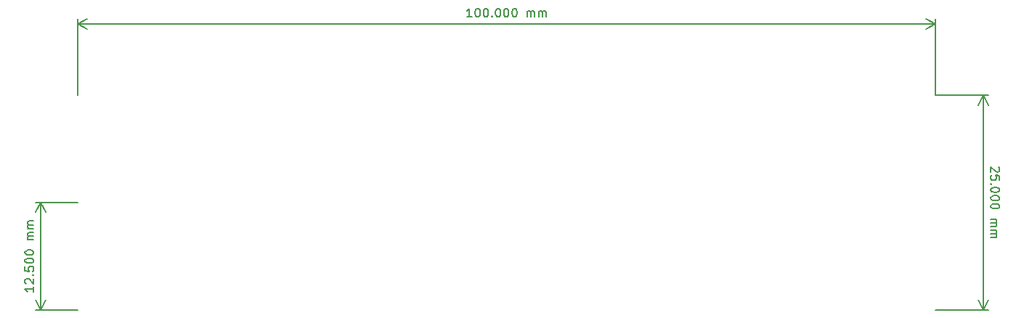
<source format=gbr>
%TF.GenerationSoftware,KiCad,Pcbnew,(5.1.6)-1*%
%TF.CreationDate,2020-08-13T11:00:50+03:00*%
%TF.ProjectId,Rechargeable 5V power bank REV 0.53,52656368-6172-4676-9561-626c65203556,rev?*%
%TF.SameCoordinates,Original*%
%TF.FileFunction,OtherDrawing,Comment*%
%FSLAX46Y46*%
G04 Gerber Fmt 4.6, Leading zero omitted, Abs format (unit mm)*
G04 Created by KiCad (PCBNEW (5.1.6)-1) date 2020-08-13 11:00:50*
%MOMM*%
%LPD*%
G01*
G04 APERTURE LIST*
%ADD10C,0.150000*%
G04 APERTURE END LIST*
D10*
X64852380Y-82321428D02*
X64852380Y-82892857D01*
X64852380Y-82607142D02*
X63852380Y-82607142D01*
X63995238Y-82702380D01*
X64090476Y-82797619D01*
X64138095Y-82892857D01*
X63947619Y-81940476D02*
X63900000Y-81892857D01*
X63852380Y-81797619D01*
X63852380Y-81559523D01*
X63900000Y-81464285D01*
X63947619Y-81416666D01*
X64042857Y-81369047D01*
X64138095Y-81369047D01*
X64280952Y-81416666D01*
X64852380Y-81988095D01*
X64852380Y-81369047D01*
X64757142Y-80940476D02*
X64804761Y-80892857D01*
X64852380Y-80940476D01*
X64804761Y-80988095D01*
X64757142Y-80940476D01*
X64852380Y-80940476D01*
X63852380Y-79988095D02*
X63852380Y-80464285D01*
X64328571Y-80511904D01*
X64280952Y-80464285D01*
X64233333Y-80369047D01*
X64233333Y-80130952D01*
X64280952Y-80035714D01*
X64328571Y-79988095D01*
X64423809Y-79940476D01*
X64661904Y-79940476D01*
X64757142Y-79988095D01*
X64804761Y-80035714D01*
X64852380Y-80130952D01*
X64852380Y-80369047D01*
X64804761Y-80464285D01*
X64757142Y-80511904D01*
X63852380Y-79321428D02*
X63852380Y-79226190D01*
X63900000Y-79130952D01*
X63947619Y-79083333D01*
X64042857Y-79035714D01*
X64233333Y-78988095D01*
X64471428Y-78988095D01*
X64661904Y-79035714D01*
X64757142Y-79083333D01*
X64804761Y-79130952D01*
X64852380Y-79226190D01*
X64852380Y-79321428D01*
X64804761Y-79416666D01*
X64757142Y-79464285D01*
X64661904Y-79511904D01*
X64471428Y-79559523D01*
X64233333Y-79559523D01*
X64042857Y-79511904D01*
X63947619Y-79464285D01*
X63900000Y-79416666D01*
X63852380Y-79321428D01*
X63852380Y-78369047D02*
X63852380Y-78273809D01*
X63900000Y-78178571D01*
X63947619Y-78130952D01*
X64042857Y-78083333D01*
X64233333Y-78035714D01*
X64471428Y-78035714D01*
X64661904Y-78083333D01*
X64757142Y-78130952D01*
X64804761Y-78178571D01*
X64852380Y-78273809D01*
X64852380Y-78369047D01*
X64804761Y-78464285D01*
X64757142Y-78511904D01*
X64661904Y-78559523D01*
X64471428Y-78607142D01*
X64233333Y-78607142D01*
X64042857Y-78559523D01*
X63947619Y-78511904D01*
X63900000Y-78464285D01*
X63852380Y-78369047D01*
X64852380Y-76845238D02*
X64185714Y-76845238D01*
X64280952Y-76845238D02*
X64233333Y-76797619D01*
X64185714Y-76702380D01*
X64185714Y-76559523D01*
X64233333Y-76464285D01*
X64328571Y-76416666D01*
X64852380Y-76416666D01*
X64328571Y-76416666D02*
X64233333Y-76369047D01*
X64185714Y-76273809D01*
X64185714Y-76130952D01*
X64233333Y-76035714D01*
X64328571Y-75988095D01*
X64852380Y-75988095D01*
X64852380Y-75511904D02*
X64185714Y-75511904D01*
X64280952Y-75511904D02*
X64233333Y-75464285D01*
X64185714Y-75369047D01*
X64185714Y-75226190D01*
X64233333Y-75130952D01*
X64328571Y-75083333D01*
X64852380Y-75083333D01*
X64328571Y-75083333D02*
X64233333Y-75035714D01*
X64185714Y-74940476D01*
X64185714Y-74797619D01*
X64233333Y-74702380D01*
X64328571Y-74654761D01*
X64852380Y-74654761D01*
X65700000Y-85000000D02*
X65700000Y-72500000D01*
X70000000Y-85000000D02*
X65113579Y-85000000D01*
X70000000Y-72500000D02*
X65113579Y-72500000D01*
X65700000Y-72500000D02*
X66286421Y-73626504D01*
X65700000Y-72500000D02*
X65113579Y-73626504D01*
X65700000Y-85000000D02*
X66286421Y-83873496D01*
X65700000Y-85000000D02*
X65113579Y-83873496D01*
X177352380Y-68357142D02*
X177400000Y-68404761D01*
X177447619Y-68500000D01*
X177447619Y-68738095D01*
X177400000Y-68833333D01*
X177352380Y-68880952D01*
X177257142Y-68928571D01*
X177161904Y-68928571D01*
X177019047Y-68880952D01*
X176447619Y-68309523D01*
X176447619Y-68928571D01*
X177447619Y-69833333D02*
X177447619Y-69357142D01*
X176971428Y-69309523D01*
X177019047Y-69357142D01*
X177066666Y-69452380D01*
X177066666Y-69690476D01*
X177019047Y-69785714D01*
X176971428Y-69833333D01*
X176876190Y-69880952D01*
X176638095Y-69880952D01*
X176542857Y-69833333D01*
X176495238Y-69785714D01*
X176447619Y-69690476D01*
X176447619Y-69452380D01*
X176495238Y-69357142D01*
X176542857Y-69309523D01*
X176542857Y-70309523D02*
X176495238Y-70357142D01*
X176447619Y-70309523D01*
X176495238Y-70261904D01*
X176542857Y-70309523D01*
X176447619Y-70309523D01*
X177447619Y-70976190D02*
X177447619Y-71071428D01*
X177400000Y-71166666D01*
X177352380Y-71214285D01*
X177257142Y-71261904D01*
X177066666Y-71309523D01*
X176828571Y-71309523D01*
X176638095Y-71261904D01*
X176542857Y-71214285D01*
X176495238Y-71166666D01*
X176447619Y-71071428D01*
X176447619Y-70976190D01*
X176495238Y-70880952D01*
X176542857Y-70833333D01*
X176638095Y-70785714D01*
X176828571Y-70738095D01*
X177066666Y-70738095D01*
X177257142Y-70785714D01*
X177352380Y-70833333D01*
X177400000Y-70880952D01*
X177447619Y-70976190D01*
X177447619Y-71928571D02*
X177447619Y-72023809D01*
X177400000Y-72119047D01*
X177352380Y-72166666D01*
X177257142Y-72214285D01*
X177066666Y-72261904D01*
X176828571Y-72261904D01*
X176638095Y-72214285D01*
X176542857Y-72166666D01*
X176495238Y-72119047D01*
X176447619Y-72023809D01*
X176447619Y-71928571D01*
X176495238Y-71833333D01*
X176542857Y-71785714D01*
X176638095Y-71738095D01*
X176828571Y-71690476D01*
X177066666Y-71690476D01*
X177257142Y-71738095D01*
X177352380Y-71785714D01*
X177400000Y-71833333D01*
X177447619Y-71928571D01*
X177447619Y-72880952D02*
X177447619Y-72976190D01*
X177400000Y-73071428D01*
X177352380Y-73119047D01*
X177257142Y-73166666D01*
X177066666Y-73214285D01*
X176828571Y-73214285D01*
X176638095Y-73166666D01*
X176542857Y-73119047D01*
X176495238Y-73071428D01*
X176447619Y-72976190D01*
X176447619Y-72880952D01*
X176495238Y-72785714D01*
X176542857Y-72738095D01*
X176638095Y-72690476D01*
X176828571Y-72642857D01*
X177066666Y-72642857D01*
X177257142Y-72690476D01*
X177352380Y-72738095D01*
X177400000Y-72785714D01*
X177447619Y-72880952D01*
X176447619Y-74404761D02*
X177114285Y-74404761D01*
X177019047Y-74404761D02*
X177066666Y-74452380D01*
X177114285Y-74547619D01*
X177114285Y-74690476D01*
X177066666Y-74785714D01*
X176971428Y-74833333D01*
X176447619Y-74833333D01*
X176971428Y-74833333D02*
X177066666Y-74880952D01*
X177114285Y-74976190D01*
X177114285Y-75119047D01*
X177066666Y-75214285D01*
X176971428Y-75261904D01*
X176447619Y-75261904D01*
X176447619Y-75738095D02*
X177114285Y-75738095D01*
X177019047Y-75738095D02*
X177066666Y-75785714D01*
X177114285Y-75880952D01*
X177114285Y-76023809D01*
X177066666Y-76119047D01*
X176971428Y-76166666D01*
X176447619Y-76166666D01*
X176971428Y-76166666D02*
X177066666Y-76214285D01*
X177114285Y-76309523D01*
X177114285Y-76452380D01*
X177066666Y-76547619D01*
X176971428Y-76595238D01*
X176447619Y-76595238D01*
X175600000Y-60000000D02*
X175600000Y-85000000D01*
X170000000Y-60000000D02*
X176186421Y-60000000D01*
X170000000Y-85000000D02*
X176186421Y-85000000D01*
X175600000Y-85000000D02*
X175013579Y-83873496D01*
X175600000Y-85000000D02*
X176186421Y-83873496D01*
X175600000Y-60000000D02*
X175013579Y-61126504D01*
X175600000Y-60000000D02*
X176186421Y-61126504D01*
X115952380Y-50852380D02*
X115380952Y-50852380D01*
X115666666Y-50852380D02*
X115666666Y-49852380D01*
X115571428Y-49995238D01*
X115476190Y-50090476D01*
X115380952Y-50138095D01*
X116571428Y-49852380D02*
X116666666Y-49852380D01*
X116761904Y-49900000D01*
X116809523Y-49947619D01*
X116857142Y-50042857D01*
X116904761Y-50233333D01*
X116904761Y-50471428D01*
X116857142Y-50661904D01*
X116809523Y-50757142D01*
X116761904Y-50804761D01*
X116666666Y-50852380D01*
X116571428Y-50852380D01*
X116476190Y-50804761D01*
X116428571Y-50757142D01*
X116380952Y-50661904D01*
X116333333Y-50471428D01*
X116333333Y-50233333D01*
X116380952Y-50042857D01*
X116428571Y-49947619D01*
X116476190Y-49900000D01*
X116571428Y-49852380D01*
X117523809Y-49852380D02*
X117619047Y-49852380D01*
X117714285Y-49900000D01*
X117761904Y-49947619D01*
X117809523Y-50042857D01*
X117857142Y-50233333D01*
X117857142Y-50471428D01*
X117809523Y-50661904D01*
X117761904Y-50757142D01*
X117714285Y-50804761D01*
X117619047Y-50852380D01*
X117523809Y-50852380D01*
X117428571Y-50804761D01*
X117380952Y-50757142D01*
X117333333Y-50661904D01*
X117285714Y-50471428D01*
X117285714Y-50233333D01*
X117333333Y-50042857D01*
X117380952Y-49947619D01*
X117428571Y-49900000D01*
X117523809Y-49852380D01*
X118285714Y-50757142D02*
X118333333Y-50804761D01*
X118285714Y-50852380D01*
X118238095Y-50804761D01*
X118285714Y-50757142D01*
X118285714Y-50852380D01*
X118952380Y-49852380D02*
X119047619Y-49852380D01*
X119142857Y-49900000D01*
X119190476Y-49947619D01*
X119238095Y-50042857D01*
X119285714Y-50233333D01*
X119285714Y-50471428D01*
X119238095Y-50661904D01*
X119190476Y-50757142D01*
X119142857Y-50804761D01*
X119047619Y-50852380D01*
X118952380Y-50852380D01*
X118857142Y-50804761D01*
X118809523Y-50757142D01*
X118761904Y-50661904D01*
X118714285Y-50471428D01*
X118714285Y-50233333D01*
X118761904Y-50042857D01*
X118809523Y-49947619D01*
X118857142Y-49900000D01*
X118952380Y-49852380D01*
X119904761Y-49852380D02*
X120000000Y-49852380D01*
X120095238Y-49900000D01*
X120142857Y-49947619D01*
X120190476Y-50042857D01*
X120238095Y-50233333D01*
X120238095Y-50471428D01*
X120190476Y-50661904D01*
X120142857Y-50757142D01*
X120095238Y-50804761D01*
X120000000Y-50852380D01*
X119904761Y-50852380D01*
X119809523Y-50804761D01*
X119761904Y-50757142D01*
X119714285Y-50661904D01*
X119666666Y-50471428D01*
X119666666Y-50233333D01*
X119714285Y-50042857D01*
X119761904Y-49947619D01*
X119809523Y-49900000D01*
X119904761Y-49852380D01*
X120857142Y-49852380D02*
X120952380Y-49852380D01*
X121047619Y-49900000D01*
X121095238Y-49947619D01*
X121142857Y-50042857D01*
X121190476Y-50233333D01*
X121190476Y-50471428D01*
X121142857Y-50661904D01*
X121095238Y-50757142D01*
X121047619Y-50804761D01*
X120952380Y-50852380D01*
X120857142Y-50852380D01*
X120761904Y-50804761D01*
X120714285Y-50757142D01*
X120666666Y-50661904D01*
X120619047Y-50471428D01*
X120619047Y-50233333D01*
X120666666Y-50042857D01*
X120714285Y-49947619D01*
X120761904Y-49900000D01*
X120857142Y-49852380D01*
X122380952Y-50852380D02*
X122380952Y-50185714D01*
X122380952Y-50280952D02*
X122428571Y-50233333D01*
X122523809Y-50185714D01*
X122666666Y-50185714D01*
X122761904Y-50233333D01*
X122809523Y-50328571D01*
X122809523Y-50852380D01*
X122809523Y-50328571D02*
X122857142Y-50233333D01*
X122952380Y-50185714D01*
X123095238Y-50185714D01*
X123190476Y-50233333D01*
X123238095Y-50328571D01*
X123238095Y-50852380D01*
X123714285Y-50852380D02*
X123714285Y-50185714D01*
X123714285Y-50280952D02*
X123761904Y-50233333D01*
X123857142Y-50185714D01*
X124000000Y-50185714D01*
X124095238Y-50233333D01*
X124142857Y-50328571D01*
X124142857Y-50852380D01*
X124142857Y-50328571D02*
X124190476Y-50233333D01*
X124285714Y-50185714D01*
X124428571Y-50185714D01*
X124523809Y-50233333D01*
X124571428Y-50328571D01*
X124571428Y-50852380D01*
X70000000Y-51700000D02*
X170000000Y-51700000D01*
X70000000Y-60000000D02*
X70000000Y-51113579D01*
X170000000Y-60000000D02*
X170000000Y-51113579D01*
X170000000Y-51700000D02*
X168873496Y-52286421D01*
X170000000Y-51700000D02*
X168873496Y-51113579D01*
X70000000Y-51700000D02*
X71126504Y-52286421D01*
X70000000Y-51700000D02*
X71126504Y-51113579D01*
M02*

</source>
